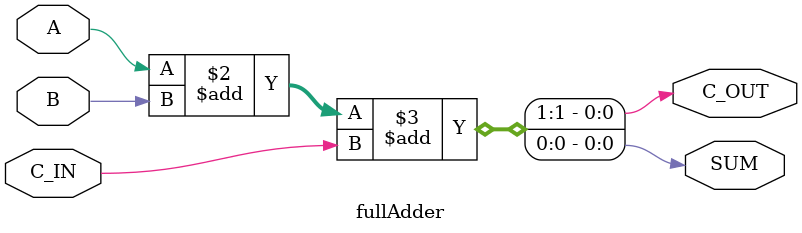
<source format=v>
/********************************************************************
 ***														   	  ***
 *** EE 526 L Experiment #6			   Juan Silva, Spring 2019    ***
 *** 														   	  ***
 *** Carry Select Adder										 	  ***
 ********************************************************************
 *** Filename: fullAdder.v		 	Created By Juan Silva 4/20/19 ***
 ***														   	  ***
 ********************************************************************
 ********************************************************************/

`timescale 1 ns / 1 ns

module fullAdder(C_OUT, SUM, A, B, C_IN);

output C_OUT, SUM;
reg C_OUT, SUM;

input A, B, C_IN; 

//Assign gate delays to FA
specify 
	(A,B *> SUM) = 6;
	(A,B,C_IN *> C_OUT) = 2;
	(C_IN => SUM) = 3;
endspecify

always @(A or B or C_IN) begin
	
	{C_OUT, SUM} = A + B + C_IN;
	
end	

endmodule
</source>
